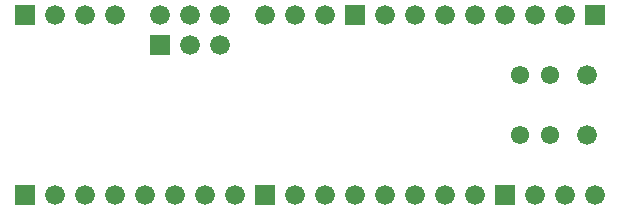
<source format=gbr>
G04 start of page 7 for group -4062 idx -4062 *
G04 Title: (unknown), soldermask *
G04 Creator: pcb 20110918 *
G04 CreationDate: Wed Aug  7 17:59:57 2013 UTC *
G04 For: mokus *
G04 Format: Gerber/RS-274X *
G04 PCB-Dimensions: 210000 80000 *
G04 PCB-Coordinate-Origin: lower left *
%MOIN*%
%FSLAX25Y25*%
%LNBOTTOMMASK*%
%ADD56C,0.0610*%
%ADD55C,0.0660*%
%ADD54C,0.0001*%
G54D54*G36*
X51700Y63300D02*Y56700D01*
X58300D01*
Y63300D01*
X51700D01*
G37*
G54D55*X55000Y70000D03*
X65000Y60000D03*
Y70000D03*
X75000D03*
X100000D03*
X90000D03*
X75000Y60000D03*
G54D54*G36*
X6700Y73300D02*Y66700D01*
X13300D01*
Y73300D01*
X6700D01*
G37*
G54D55*X20000Y70000D03*
X30000D03*
X40000D03*
G54D56*X175000Y30000D03*
X185000D03*
X175000Y50000D03*
X185000D03*
G54D55*X197500Y30000D03*
Y50000D03*
G54D54*G36*
X196700Y73300D02*Y66700D01*
X203300D01*
Y73300D01*
X196700D01*
G37*
G54D55*X190000Y70000D03*
X180000D03*
X170000D03*
X160000D03*
X150000D03*
G54D54*G36*
X6700Y13300D02*Y6700D01*
X13300D01*
Y13300D01*
X6700D01*
G37*
G54D55*X20000Y10000D03*
X30000D03*
X40000D03*
X50000D03*
X60000D03*
X70000D03*
X80000D03*
G54D54*G36*
X86700Y13300D02*Y6700D01*
X93300D01*
Y13300D01*
X86700D01*
G37*
G54D55*X100000Y10000D03*
X110000D03*
X120000D03*
X130000D03*
X140000D03*
X150000D03*
X160000D03*
G54D54*G36*
X166700Y13300D02*Y6700D01*
X173300D01*
Y13300D01*
X166700D01*
G37*
G54D55*X180000Y10000D03*
X190000D03*
X200000D03*
G54D54*G36*
X116700Y73300D02*Y66700D01*
X123300D01*
Y73300D01*
X116700D01*
G37*
G54D55*X110000Y70000D03*
X140000D03*
X130000D03*
M02*

</source>
